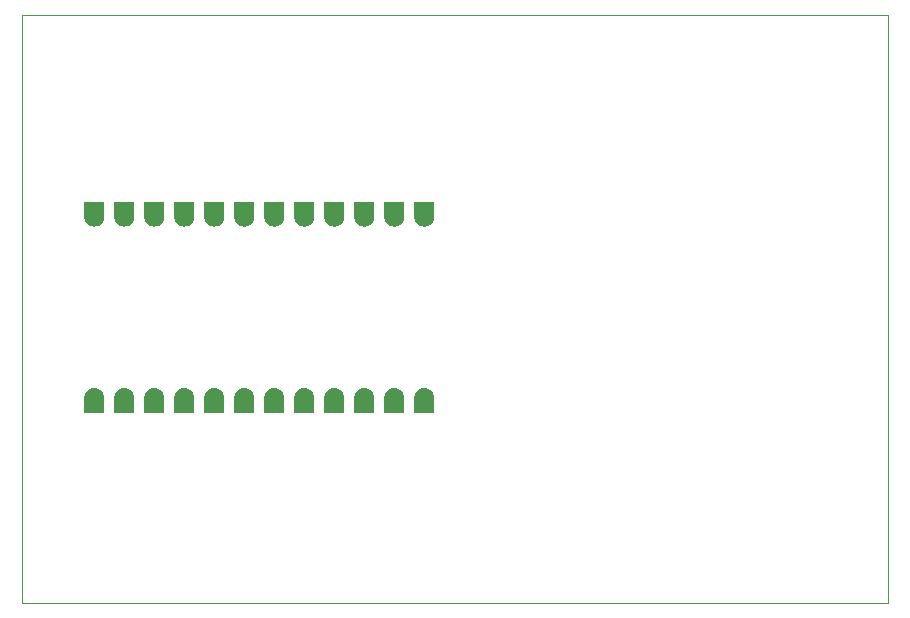
<source format=gko>
%TF.GenerationSoftware,KiCad,Pcbnew,7.0.6*%
%TF.CreationDate,2024-01-12T02:35:33-05:00*%
%TF.ProjectId,PSA_Controller,5053415f-436f-46e7-9472-6f6c6c65722e,rev?*%
%TF.SameCoordinates,Original*%
%TF.FileFunction,Soldermask,Bot*%
%TF.FilePolarity,Negative*%
%FSLAX46Y46*%
G04 Gerber Fmt 4.6, Leading zero omitted, Abs format (unit mm)*
G04 Created by KiCad (PCBNEW 7.0.6) date 2024-01-12 02:35:33*
%MOMM*%
%LPD*%
G01*
G04 APERTURE LIST*
%TA.AperFunction,Profile*%
%ADD10C,0.100000*%
%TD*%
G04 APERTURE END LIST*
D10*
X73300000Y0D02*
X0Y0D01*
X73300000Y49784000D02*
X73300000Y0D01*
X0Y49784000D02*
X73300000Y49784000D01*
X0Y0D02*
X0Y49784000D01*
%TO.C,U1*%
G36*
X6281104Y18150597D02*
G01*
X6454676Y18094891D01*
X6612143Y18003052D01*
X6746092Y17879409D01*
X6851017Y17728624D01*
X6950900Y17383603D01*
X6950900Y16084600D01*
X5249100Y16084600D01*
X5249100Y17382205D01*
X5280396Y17561212D01*
X5349788Y17729779D01*
X5453909Y17879409D01*
X5587858Y18003053D01*
X5745325Y18094891D01*
X5918897Y18150597D01*
X6098817Y18167400D01*
X6101184Y18167400D01*
X6281104Y18150597D01*
G37*
G36*
X8821104Y18150597D02*
G01*
X8994676Y18094891D01*
X9152143Y18003052D01*
X9286092Y17879409D01*
X9391017Y17728624D01*
X9490900Y17383603D01*
X9490900Y16084600D01*
X7789100Y16084600D01*
X7789100Y17382205D01*
X7820396Y17561212D01*
X7889788Y17729779D01*
X7993909Y17879409D01*
X8127858Y18003053D01*
X8285325Y18094891D01*
X8458897Y18150597D01*
X8638817Y18167400D01*
X8641184Y18167400D01*
X8821104Y18150597D01*
G37*
G36*
X11361104Y18150597D02*
G01*
X11534676Y18094891D01*
X11692143Y18003052D01*
X11826092Y17879409D01*
X11931017Y17728624D01*
X12030900Y17383603D01*
X12030900Y16084600D01*
X10329100Y16084600D01*
X10329100Y17382205D01*
X10360396Y17561212D01*
X10429788Y17729779D01*
X10533909Y17879409D01*
X10667858Y18003053D01*
X10825325Y18094891D01*
X10998897Y18150597D01*
X11178817Y18167400D01*
X11181184Y18167400D01*
X11361104Y18150597D01*
G37*
G36*
X13901104Y18150597D02*
G01*
X14074676Y18094891D01*
X14232143Y18003052D01*
X14366092Y17879409D01*
X14471017Y17728624D01*
X14570900Y17383603D01*
X14570900Y16084600D01*
X12869100Y16084600D01*
X12869100Y17382205D01*
X12900396Y17561212D01*
X12969788Y17729779D01*
X13073909Y17879409D01*
X13207858Y18003053D01*
X13365325Y18094891D01*
X13538897Y18150597D01*
X13718817Y18167400D01*
X13721184Y18167400D01*
X13901104Y18150597D01*
G37*
G36*
X16441104Y18150597D02*
G01*
X16614676Y18094891D01*
X16772143Y18003052D01*
X16906092Y17879409D01*
X17011017Y17728624D01*
X17110900Y17383603D01*
X17110900Y16084600D01*
X15409100Y16084600D01*
X15409100Y17382205D01*
X15440396Y17561212D01*
X15509788Y17729779D01*
X15613909Y17879409D01*
X15747858Y18003053D01*
X15905325Y18094891D01*
X16078897Y18150597D01*
X16258817Y18167400D01*
X16261184Y18167400D01*
X16441104Y18150597D01*
G37*
G36*
X18981104Y18150597D02*
G01*
X19154676Y18094891D01*
X19312142Y18003052D01*
X19446091Y17879408D01*
X19551016Y17728624D01*
X19650900Y17383603D01*
X19650900Y16084600D01*
X17949100Y16084600D01*
X17949100Y17382205D01*
X17980396Y17561212D01*
X18049788Y17729779D01*
X18153909Y17879409D01*
X18287858Y18003053D01*
X18445325Y18094891D01*
X18618897Y18150597D01*
X18798817Y18167400D01*
X18801184Y18167400D01*
X18981104Y18150597D01*
G37*
G36*
X21521104Y18150597D02*
G01*
X21694676Y18094891D01*
X21852142Y18003052D01*
X21986091Y17879408D01*
X22091016Y17728624D01*
X22190900Y17383603D01*
X22190900Y16084600D01*
X20489100Y16084600D01*
X20489100Y17382205D01*
X20520396Y17561212D01*
X20589788Y17729779D01*
X20693910Y17879409D01*
X20827858Y18003053D01*
X20985325Y18094891D01*
X21158897Y18150596D01*
X21338816Y18167400D01*
X21341184Y18167400D01*
X21521104Y18150597D01*
G37*
G36*
X24061104Y18150597D02*
G01*
X24234676Y18094891D01*
X24392142Y18003052D01*
X24526091Y17879408D01*
X24631016Y17728624D01*
X24730900Y17383603D01*
X24730900Y16084600D01*
X23029100Y16084600D01*
X23029100Y17382205D01*
X23060396Y17561212D01*
X23129788Y17729779D01*
X23233910Y17879409D01*
X23367858Y18003053D01*
X23525325Y18094891D01*
X23698897Y18150596D01*
X23878816Y18167400D01*
X23881184Y18167400D01*
X24061104Y18150597D01*
G37*
G36*
X26601104Y18150597D02*
G01*
X26774676Y18094891D01*
X26932142Y18003052D01*
X27066091Y17879408D01*
X27171016Y17728624D01*
X27270900Y17383603D01*
X27270900Y16084600D01*
X25569100Y16084600D01*
X25569100Y17382205D01*
X25600396Y17561212D01*
X25669788Y17729779D01*
X25773910Y17879409D01*
X25907858Y18003053D01*
X26065325Y18094891D01*
X26238897Y18150596D01*
X26418816Y18167400D01*
X26421184Y18167400D01*
X26601104Y18150597D01*
G37*
G36*
X29141104Y18150597D02*
G01*
X29314676Y18094891D01*
X29472142Y18003052D01*
X29606091Y17879408D01*
X29711016Y17728624D01*
X29810900Y17383603D01*
X29810900Y16084600D01*
X28109100Y16084600D01*
X28109100Y17382205D01*
X28140396Y17561212D01*
X28209788Y17729779D01*
X28313910Y17879409D01*
X28447858Y18003053D01*
X28605325Y18094891D01*
X28778897Y18150596D01*
X28958816Y18167400D01*
X28961184Y18167400D01*
X29141104Y18150597D01*
G37*
G36*
X31681104Y18150597D02*
G01*
X31854676Y18094891D01*
X32012142Y18003052D01*
X32146091Y17879408D01*
X32251016Y17728624D01*
X32350900Y17383603D01*
X32350900Y16084600D01*
X30649100Y16084600D01*
X30649100Y17382205D01*
X30680396Y17561212D01*
X30749788Y17729779D01*
X30853910Y17879409D01*
X30987858Y18003053D01*
X31145325Y18094891D01*
X31318897Y18150596D01*
X31498816Y18167400D01*
X31501184Y18167400D01*
X31681104Y18150597D01*
G37*
G36*
X34221104Y18150597D02*
G01*
X34394676Y18094891D01*
X34552142Y18003052D01*
X34686091Y17879408D01*
X34791016Y17728624D01*
X34890900Y17383603D01*
X34890900Y16084600D01*
X33189100Y16084600D01*
X33189100Y17382205D01*
X33220396Y17561212D01*
X33289788Y17729779D01*
X33393910Y17879409D01*
X33527858Y18003053D01*
X33685325Y18094891D01*
X33858897Y18150596D01*
X34038816Y18167400D01*
X34041184Y18167400D01*
X34221104Y18150597D01*
G37*
G36*
X19650900Y32617795D02*
G01*
X19619604Y32438788D01*
X19550212Y32270221D01*
X19446091Y32120591D01*
X19312142Y31996947D01*
X19153459Y31904400D01*
X18802572Y31832600D01*
X18798816Y31832600D01*
X18618896Y31849403D01*
X18445324Y31905109D01*
X18287858Y31996948D01*
X18153909Y32120592D01*
X18049788Y32270222D01*
X17980396Y32438789D01*
X17949100Y32617796D01*
X17949100Y33915400D01*
X19650900Y33915400D01*
X19650900Y32617795D01*
G37*
G36*
X22190900Y32617795D02*
G01*
X22159604Y32438788D01*
X22090212Y32270221D01*
X21986091Y32120591D01*
X21852142Y31996947D01*
X21693459Y31904400D01*
X21342572Y31832600D01*
X21338816Y31832600D01*
X21158896Y31849403D01*
X20985324Y31905109D01*
X20827857Y31996948D01*
X20693908Y32120591D01*
X20589787Y32270222D01*
X20520395Y32438789D01*
X20489100Y32617796D01*
X20489100Y33915400D01*
X22190900Y33915400D01*
X22190900Y32617795D01*
G37*
G36*
X24730900Y32617795D02*
G01*
X24699604Y32438788D01*
X24630212Y32270221D01*
X24526091Y32120591D01*
X24392142Y31996947D01*
X24233459Y31904400D01*
X23882572Y31832600D01*
X23878816Y31832600D01*
X23698896Y31849403D01*
X23525324Y31905109D01*
X23367857Y31996948D01*
X23233908Y32120591D01*
X23129787Y32270222D01*
X23060395Y32438789D01*
X23029100Y32617796D01*
X23029100Y33915400D01*
X24730900Y33915400D01*
X24730900Y32617795D01*
G37*
G36*
X27270900Y32617795D02*
G01*
X27239604Y32438788D01*
X27170212Y32270221D01*
X27066091Y32120591D01*
X26932142Y31996947D01*
X26773459Y31904400D01*
X26422572Y31832600D01*
X26418816Y31832600D01*
X26238896Y31849403D01*
X26065324Y31905109D01*
X25907857Y31996948D01*
X25773908Y32120591D01*
X25669787Y32270222D01*
X25600395Y32438789D01*
X25569100Y32617796D01*
X25569100Y33915400D01*
X27270900Y33915400D01*
X27270900Y32617795D01*
G37*
G36*
X29810900Y32617795D02*
G01*
X29779604Y32438788D01*
X29710212Y32270221D01*
X29606091Y32120591D01*
X29472142Y31996947D01*
X29313459Y31904400D01*
X28962572Y31832600D01*
X28958816Y31832600D01*
X28778896Y31849403D01*
X28605324Y31905109D01*
X28447857Y31996948D01*
X28313908Y32120591D01*
X28209787Y32270222D01*
X28140395Y32438789D01*
X28109100Y32617796D01*
X28109100Y33915400D01*
X29810900Y33915400D01*
X29810900Y32617795D01*
G37*
G36*
X32350900Y32617795D02*
G01*
X32319604Y32438788D01*
X32250212Y32270221D01*
X32146091Y32120591D01*
X32012142Y31996947D01*
X31853459Y31904400D01*
X31502572Y31832600D01*
X31498816Y31832600D01*
X31318896Y31849403D01*
X31145324Y31905109D01*
X30987857Y31996948D01*
X30853908Y32120591D01*
X30749787Y32270222D01*
X30680395Y32438789D01*
X30649100Y32617796D01*
X30649100Y33915400D01*
X32350900Y33915400D01*
X32350900Y32617795D01*
G37*
G36*
X34890900Y32617795D02*
G01*
X34859604Y32438788D01*
X34790212Y32270221D01*
X34686091Y32120591D01*
X34552142Y31996947D01*
X34393459Y31904400D01*
X34042572Y31832600D01*
X34038816Y31832600D01*
X33858896Y31849403D01*
X33685324Y31905109D01*
X33527857Y31996948D01*
X33393908Y32120591D01*
X33289787Y32270222D01*
X33220395Y32438789D01*
X33189100Y32617796D01*
X33189100Y33915400D01*
X34890900Y33915400D01*
X34890900Y32617795D01*
G37*
G36*
X6950900Y32617795D02*
G01*
X6919604Y32438788D01*
X6850212Y32270221D01*
X6746090Y32120591D01*
X6612142Y31996947D01*
X6454675Y31905109D01*
X6281103Y31849404D01*
X6101184Y31832600D01*
X6098816Y31832600D01*
X5918896Y31849403D01*
X5745324Y31905109D01*
X5587858Y31996948D01*
X5453909Y32120592D01*
X5349788Y32270222D01*
X5280396Y32438789D01*
X5249100Y32617796D01*
X5249100Y33915400D01*
X6950900Y33915400D01*
X6950900Y32617795D01*
G37*
G36*
X9490900Y32617795D02*
G01*
X9459604Y32438788D01*
X9390212Y32270221D01*
X9286090Y32120591D01*
X9152142Y31996947D01*
X8994675Y31905109D01*
X8821103Y31849404D01*
X8641184Y31832600D01*
X8638816Y31832600D01*
X8458896Y31849403D01*
X8285324Y31905109D01*
X8127858Y31996948D01*
X7993909Y32120592D01*
X7889788Y32270222D01*
X7820396Y32438789D01*
X7789100Y32617796D01*
X7789100Y33915400D01*
X9490900Y33915400D01*
X9490900Y32617795D01*
G37*
G36*
X12030900Y32617795D02*
G01*
X11999604Y32438788D01*
X11930212Y32270221D01*
X11826090Y32120591D01*
X11692142Y31996947D01*
X11534675Y31905109D01*
X11361103Y31849404D01*
X11181184Y31832600D01*
X11178816Y31832600D01*
X10998896Y31849403D01*
X10825324Y31905109D01*
X10667858Y31996948D01*
X10533909Y32120592D01*
X10429788Y32270222D01*
X10360396Y32438789D01*
X10329100Y32617796D01*
X10329100Y33915400D01*
X12030900Y33915400D01*
X12030900Y32617795D01*
G37*
G36*
X14570900Y32617795D02*
G01*
X14539604Y32438788D01*
X14470212Y32270221D01*
X14366090Y32120591D01*
X14232142Y31996947D01*
X14074675Y31905109D01*
X13901103Y31849404D01*
X13721184Y31832600D01*
X13718816Y31832600D01*
X13538896Y31849403D01*
X13365324Y31905109D01*
X13207858Y31996948D01*
X13073909Y32120592D01*
X12969788Y32270222D01*
X12900396Y32438789D01*
X12869100Y32617796D01*
X12869100Y33915400D01*
X14570900Y33915400D01*
X14570900Y32617795D01*
G37*
G36*
X17110900Y32617795D02*
G01*
X17079604Y32438788D01*
X17010212Y32270221D01*
X16906090Y32120591D01*
X16772142Y31996947D01*
X16614675Y31905109D01*
X16441103Y31849404D01*
X16261184Y31832600D01*
X16258816Y31832600D01*
X16078896Y31849403D01*
X15905324Y31905109D01*
X15747858Y31996948D01*
X15613909Y32120592D01*
X15509788Y32270222D01*
X15440396Y32438789D01*
X15409100Y32617796D01*
X15409100Y33915400D01*
X17110900Y33915400D01*
X17110900Y32617795D01*
G37*
%TD*%
M02*

</source>
